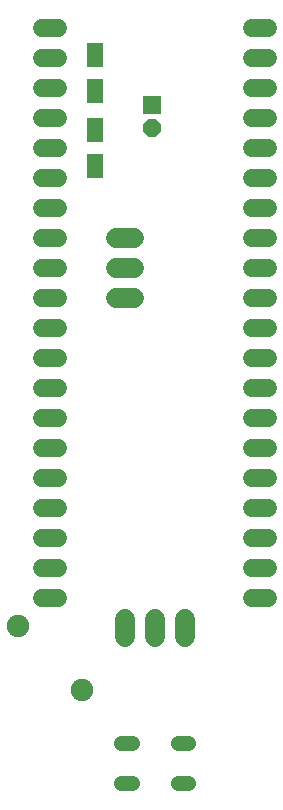
<source format=gbr>
G04 EAGLE Gerber RS-274X export*
G75*
%MOMM*%
%FSLAX34Y34*%
%LPD*%
%INSoldermask Top*%
%IPPOS*%
%AMOC8*
5,1,8,0,0,1.08239X$1,22.5*%
G01*
%ADD10C,1.727200*%
%ADD11C,1.303200*%
%ADD12R,1.403200X2.003200*%
%ADD13C,1.524000*%
%ADD14R,1.524000X1.524000*%
%ADD15P,1.649562X8X22.500000*%
%ADD16C,1.903200*%


D10*
X228600Y246380D02*
X228600Y261620D01*
X254000Y261620D02*
X254000Y246380D01*
X279400Y246380D02*
X279400Y261620D01*
X236220Y584200D02*
X220980Y584200D01*
X220980Y558800D02*
X236220Y558800D01*
X236220Y533400D02*
X220980Y533400D01*
D11*
X225500Y156700D02*
X234500Y156700D01*
X234500Y122700D02*
X225500Y122700D01*
X273500Y122700D02*
X282500Y122700D01*
X282500Y156700D02*
X273500Y156700D01*
D12*
X203200Y675390D03*
X203200Y645410D03*
X203200Y738890D03*
X203200Y708910D03*
D13*
X336296Y762000D02*
X349504Y762000D01*
X349504Y736600D02*
X336296Y736600D01*
X336296Y711200D02*
X349504Y711200D01*
X349504Y685800D02*
X336296Y685800D01*
X336296Y660400D02*
X349504Y660400D01*
X349504Y635000D02*
X336296Y635000D01*
X336296Y609600D02*
X349504Y609600D01*
X349504Y584200D02*
X336296Y584200D01*
X336296Y558800D02*
X349504Y558800D01*
X349504Y533400D02*
X336296Y533400D01*
X336296Y508000D02*
X349504Y508000D01*
X349504Y482600D02*
X336296Y482600D01*
X336296Y457200D02*
X349504Y457200D01*
X349504Y431800D02*
X336296Y431800D01*
X336296Y406400D02*
X349504Y406400D01*
X349504Y381000D02*
X336296Y381000D01*
X336296Y355600D02*
X349504Y355600D01*
X349504Y330200D02*
X336296Y330200D01*
X336296Y304800D02*
X349504Y304800D01*
X349504Y279400D02*
X336296Y279400D01*
X171704Y279400D02*
X158496Y279400D01*
X158496Y304800D02*
X171704Y304800D01*
X171704Y330200D02*
X158496Y330200D01*
X158496Y355600D02*
X171704Y355600D01*
X171704Y381000D02*
X158496Y381000D01*
X158496Y406400D02*
X171704Y406400D01*
X171704Y431800D02*
X158496Y431800D01*
X158496Y457200D02*
X171704Y457200D01*
X171704Y482600D02*
X158496Y482600D01*
X158496Y508000D02*
X171704Y508000D01*
X171704Y533400D02*
X158496Y533400D01*
X158496Y558800D02*
X171704Y558800D01*
X171704Y584200D02*
X158496Y584200D01*
X158496Y609600D02*
X171704Y609600D01*
X171704Y635000D02*
X158496Y635000D01*
X158496Y660400D02*
X171704Y660400D01*
X171704Y685800D02*
X158496Y685800D01*
X158496Y711200D02*
X171704Y711200D01*
X171704Y736600D02*
X158496Y736600D01*
X158496Y762000D02*
X171704Y762000D01*
D14*
X251460Y697070D03*
D15*
X251460Y677070D03*
D16*
X138159Y255541D03*
X192041Y201659D03*
M02*

</source>
